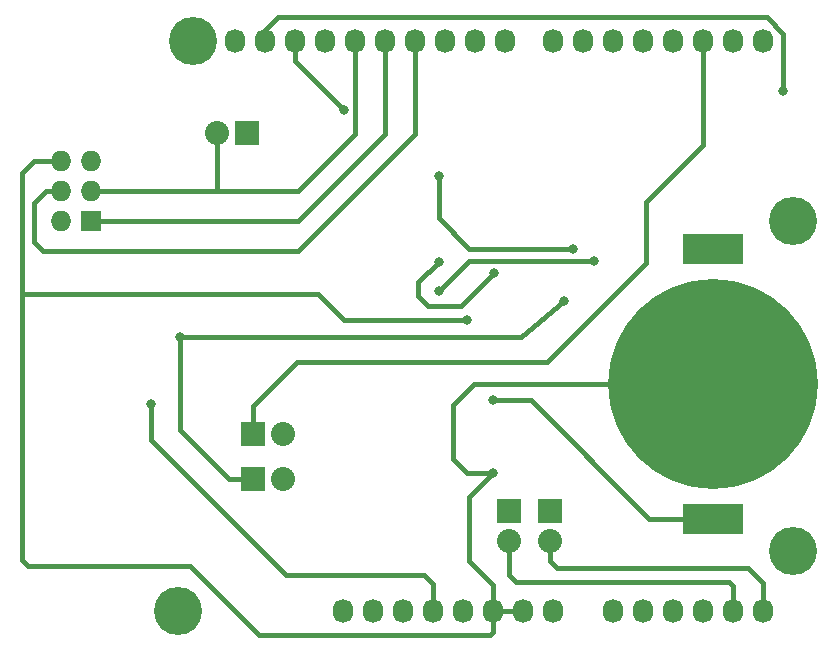
<source format=gbl>
G04 #@! TF.FileFunction,Copper,L2,Bot,Signal*
%FSLAX46Y46*%
G04 Gerber Fmt 4.6, Leading zero omitted, Abs format (unit mm)*
G04 Created by KiCad (PCBNEW 4.0.2-stable) date 12.12.2016 10:39:44*
%MOMM*%
G01*
G04 APERTURE LIST*
%ADD10C,0.100000*%
%ADD11C,17.780000*%
%ADD12R,5.080000X2.540000*%
%ADD13O,1.727200X2.032000*%
%ADD14R,2.032000X2.032000*%
%ADD15O,2.032000X2.032000*%
%ADD16C,4.064000*%
%ADD17R,1.727200X1.727200*%
%ADD18O,1.727200X1.727200*%
%ADD19C,0.800000*%
%ADD20C,0.400000*%
G04 APERTURE END LIST*
D10*
D11*
X170198000Y-104565000D03*
D12*
X170198000Y-93135000D03*
X170198000Y-115995000D03*
D13*
X174498000Y-75565000D03*
X171958000Y-75565000D03*
X169418000Y-75565000D03*
X166878000Y-75565000D03*
X164338000Y-75565000D03*
X161798000Y-75565000D03*
X159258000Y-75565000D03*
X156718000Y-75565000D03*
D14*
X156398000Y-115365000D03*
D15*
X156398000Y-117905000D03*
D16*
X124968000Y-123825000D03*
X177038000Y-118745000D03*
X126238000Y-75565000D03*
X177038000Y-90805000D03*
D13*
X161798000Y-123825000D03*
X164338000Y-123825000D03*
X166878000Y-123825000D03*
X169418000Y-123825000D03*
X171958000Y-123825000D03*
X174498000Y-123825000D03*
X152654000Y-75565000D03*
X150114000Y-75565000D03*
X147574000Y-75565000D03*
X145034000Y-75565000D03*
X142494000Y-75565000D03*
X139954000Y-75565000D03*
X137414000Y-75565000D03*
X134874000Y-75565000D03*
X132334000Y-75565000D03*
X129794000Y-75565000D03*
D14*
X131318000Y-108839000D03*
D15*
X133858000Y-108839000D03*
D14*
X131318000Y-112649000D03*
D15*
X133858000Y-112649000D03*
D14*
X130810000Y-83312000D03*
D15*
X128270000Y-83312000D03*
D14*
X152998000Y-115365000D03*
D15*
X152998000Y-117905000D03*
D13*
X138938000Y-123825000D03*
X141478000Y-123825000D03*
X144018000Y-123825000D03*
X146558000Y-123825000D03*
X149098000Y-123825000D03*
X151638000Y-123825000D03*
X154178000Y-123825000D03*
X156718000Y-123825000D03*
D17*
X117602000Y-90805000D03*
D18*
X115062000Y-90805000D03*
X117602000Y-88265000D03*
X115062000Y-88265000D03*
X117602000Y-85725000D03*
X115062000Y-85725000D03*
D19*
X149398000Y-99165000D03*
X151598000Y-112165000D03*
X122682000Y-106299000D03*
X176198000Y-79765000D03*
X151598000Y-105965000D03*
X146998000Y-86965000D03*
X158398000Y-93165000D03*
X157598000Y-97565000D03*
X125095000Y-100584000D03*
X160198000Y-94165000D03*
X146998000Y-96765000D03*
X151698000Y-95165000D03*
X146998000Y-94265000D03*
X138998000Y-81365000D03*
D20*
X170198000Y-104565000D02*
X149998000Y-104565000D01*
X149398000Y-112165000D02*
X151598000Y-112165000D01*
X148198000Y-110965000D02*
X149398000Y-112165000D01*
X148198000Y-106365000D02*
X148198000Y-110965000D01*
X149998000Y-104565000D02*
X148198000Y-106365000D01*
X136798000Y-96965000D02*
X111760000Y-96965000D01*
X138998000Y-99165000D02*
X136798000Y-96965000D01*
X149398000Y-99165000D02*
X138998000Y-99165000D01*
X151638000Y-123825000D02*
X151638000Y-121605000D01*
X149598000Y-114165000D02*
X151598000Y-112165000D01*
X149598000Y-119565000D02*
X149598000Y-114165000D01*
X151638000Y-121605000D02*
X149598000Y-119565000D01*
X151638000Y-123825000D02*
X154178000Y-123825000D01*
X151638000Y-123825000D02*
X151638000Y-125603000D01*
X111760000Y-119507000D02*
X111760000Y-96965000D01*
X112268000Y-120015000D02*
X111760000Y-119507000D01*
X125984000Y-120015000D02*
X112268000Y-120015000D01*
X131826000Y-125857000D02*
X125984000Y-120015000D01*
X151384000Y-125857000D02*
X131826000Y-125857000D01*
X151638000Y-125603000D02*
X151384000Y-125857000D01*
X111760000Y-96965000D02*
X111760000Y-86741000D01*
X112776000Y-85725000D02*
X115062000Y-85725000D01*
X111760000Y-86741000D02*
X112776000Y-85725000D01*
X166798000Y-107965000D02*
X170198000Y-104565000D01*
X168198000Y-106565000D02*
X170198000Y-104565000D01*
X146558000Y-123825000D02*
X146558000Y-121565000D01*
X146558000Y-121565000D02*
X146558000Y-121539000D01*
X122682000Y-109347000D02*
X122682000Y-106299000D01*
X134112000Y-120777000D02*
X122682000Y-109347000D01*
X145796000Y-120777000D02*
X134112000Y-120777000D01*
X146558000Y-121539000D02*
X145796000Y-120777000D01*
X133398000Y-73565000D02*
X132334000Y-74629000D01*
X174798000Y-73565000D02*
X133398000Y-73565000D01*
X176198000Y-74965000D02*
X174798000Y-73565000D01*
X176198000Y-75565000D02*
X176198000Y-74965000D01*
X176198000Y-79765000D02*
X176198000Y-75565000D01*
X132334000Y-74629000D02*
X132334000Y-75565000D01*
X171958000Y-123825000D02*
X171958000Y-121725000D01*
X152998000Y-120765000D02*
X152998000Y-117905000D01*
X153598000Y-121365000D02*
X152998000Y-120765000D01*
X171598000Y-121365000D02*
X153598000Y-121365000D01*
X171958000Y-121725000D02*
X171598000Y-121365000D01*
X174498000Y-123825000D02*
X174498000Y-121465000D01*
X156398000Y-119565000D02*
X156398000Y-117905000D01*
X156998000Y-120165000D02*
X156398000Y-119565000D01*
X173198000Y-120165000D02*
X156998000Y-120165000D01*
X174498000Y-121465000D02*
X173198000Y-120165000D01*
X170198000Y-115995000D02*
X164828000Y-115995000D01*
X154798000Y-105965000D02*
X151598000Y-105965000D01*
X164828000Y-115995000D02*
X154798000Y-105965000D01*
X146998000Y-90565000D02*
X146998000Y-86965000D01*
X149598000Y-93165000D02*
X146998000Y-90565000D01*
X158398000Y-93165000D02*
X149598000Y-93165000D01*
X153979000Y-100584000D02*
X125095000Y-100584000D01*
X157598000Y-97565000D02*
X153979000Y-100584000D01*
X125095000Y-108462000D02*
X125095000Y-100584000D01*
X129282000Y-112649000D02*
X125095000Y-108462000D01*
X131318000Y-112649000D02*
X129282000Y-112649000D01*
X149598000Y-94165000D02*
X160198000Y-94165000D01*
X146998000Y-96765000D02*
X149598000Y-94165000D01*
X134874000Y-75565000D02*
X134874000Y-77241000D01*
X148898000Y-97965000D02*
X151698000Y-95165000D01*
X146098000Y-97965000D02*
X148898000Y-97965000D01*
X145298000Y-97165000D02*
X146098000Y-97965000D01*
X145298000Y-95965000D02*
X145298000Y-97165000D01*
X146998000Y-94265000D02*
X145298000Y-95965000D01*
X134874000Y-77241000D02*
X138998000Y-81365000D01*
X117602000Y-90805000D02*
X135128000Y-90805000D01*
X142494000Y-83439000D02*
X142494000Y-75565000D01*
X135128000Y-90805000D02*
X142494000Y-83439000D01*
X128270000Y-83312000D02*
X128270000Y-88265000D01*
X117602000Y-88265000D02*
X128270000Y-88265000D01*
X128270000Y-88265000D02*
X135128000Y-88265000D01*
X139954000Y-83439000D02*
X139954000Y-75565000D01*
X135128000Y-88265000D02*
X139954000Y-83439000D01*
X145034000Y-75565000D02*
X145034000Y-83439000D01*
X113792000Y-88265000D02*
X115062000Y-88265000D01*
X112776000Y-89281000D02*
X113792000Y-88265000D01*
X112776000Y-92583000D02*
X112776000Y-89281000D01*
X113538000Y-93345000D02*
X112776000Y-92583000D01*
X135128000Y-93345000D02*
X113538000Y-93345000D01*
X145034000Y-83439000D02*
X135128000Y-93345000D01*
X131318000Y-108839000D02*
X131318000Y-106445000D01*
X169418000Y-84345000D02*
X169418000Y-75565000D01*
X164598000Y-89165000D02*
X169418000Y-84345000D01*
X164598000Y-94365000D02*
X164598000Y-89165000D01*
X156198000Y-102765000D02*
X164598000Y-94365000D01*
X134998000Y-102765000D02*
X156198000Y-102765000D01*
X131318000Y-106445000D02*
X134998000Y-102765000D01*
M02*

</source>
